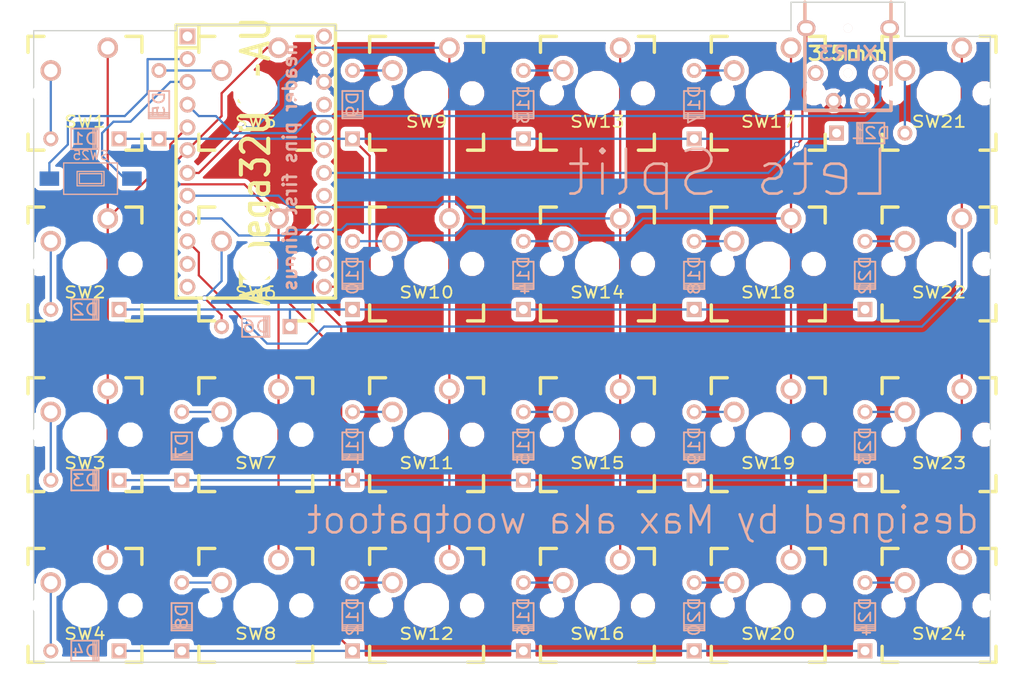
<source format=kicad_pcb>
(kicad_pcb (version 4) (host pcbnew 4.0.2-stable)
  (layers (0 F.Cu signal) (31 B.Cu signal) (34 B.Paste user) (35 F.Paste user) (36 B.SilkS user) (37 F.SilkS user) (38 B.Mask user) (39 F.Mask user) (44 Edge.Cuts user))
  (net 0 "")
  (net 1 "Net-(D1-Pad1)")
  (net 2 row0)
  (net 3 "Net-(D2-Pad1)")
  (net 4 "Net-(D10-Pad2)")
  (net 5 "Net-(D3-Pad1)")
  (net 6 row2)
  (net 7 "Net-(D4-Pad1)")
  (net 8 row3)
  (net 9 "Net-(D5-Pad1)")
  (net 10 "Net-(D6-Pad1)")
  (net 11 "Net-(D7-Pad1)")
  (net 12 "Net-(D8-Pad1)")
  (net 13 "Net-(D9-Pad1)")
  (net 14 "Net-(D10-Pad1)")
  (net 15 "Net-(D11-Pad1)")
  (net 16 "Net-(D12-Pad1)")
  (net 17 "Net-(D13-Pad1)")
  (net 18 "Net-(D14-Pad1)")
  (net 19 "Net-(D15-Pad1)")
  (net 20 "Net-(D16-Pad1)")
  (net 21 "Net-(D17-Pad1)")
  (net 22 "Net-(D18-Pad1)")
  (net 23 "Net-(D19-Pad1)")
  (net 24 "Net-(D20-Pad1)")
  (net 25 "Net-(D21-Pad1)")
  (net 26 "Net-(D22-Pad1)")
  (net 27 "Net-(D23-Pad1)")
  (net 28 "Net-(D24-Pad1)")
  (net 29 col0)
  (net 30 col1)
  (net 31 col2)
  (net 32 col3)
  (net 33 col4)
  (net 34 col5)
  (net 35 "Net-(SW25-Pad1)")
  (net 36 "Net-(SW25-Pad2)")
  (net 37 "Net-(U1-Pad1)")
  (net 38 "Net-(U1-Pad11)")
  (net 39 "Net-(U1-Pad12)")
  (net 40 row1)
  (net 41 "Net-(U1-Pad22)")
  (net 42 data)
  (net 43 "Net-(U1-Pad25)")
  (net 44 "Net-(U1-Pad26)")
  (net 45 "Net-(U1-Pad28)")
  (net 46 "Net-(U1-Pad29)")
  (net 47 VCC)
  (net 48 GND)
  (net 49 "Net-(U1-Pad24)")
  (module footprint:TEENSY_2.0 (layer F.Cu) (at 59.69 48.26 270)
    (fp_text reference U1 hide)
    (fp_text value ATmega32U4-AU (at 0 0 270) (layer F.SilkS) (effects (font (size 3.048 2.54) (thickness 0.4572))))
    (pad 1 thru_hole rect (at -13.97 7.62 270) (size 1.7526 1.7526) (drill 1.0922) (layers *.Cu *.SilkS *.Mask) (net 37 "Net-(U1-Pad1)"))
    (pad 2 thru_hole circle (at -11.43 7.62 270) (size 1.7526 1.7526) (drill 1.0922) (layers *.Cu *.SilkS *.Mask) (net 36 "Net-(SW25-Pad2)"))
    (pad 3 thru_hole circle (at -8.89 7.62 270) (size 1.7526 1.7526) (drill 1.0922) (layers *.Cu *.SilkS *.Mask) (net 35 "Net-(SW25-Pad1)"))
    (pad 4 thru_hole circle (at -6.35 7.62 270) (size 1.7526 1.7526) (drill 1.0922) (layers *.Cu *.SilkS *.Mask) (net 47 VCC))
    (pad 5 thru_hole circle (at -3.81 7.62 270) (size 1.7526 1.7526) (drill 1.0922) (layers *.Cu *.SilkS *.Mask) (net 29 col0))
    (pad 6 thru_hole circle (at -1.27 7.62 270) (size 1.7526 1.7526) (drill 1.0922) (layers *.Cu *.SilkS *.Mask) (net 30 col1))
    (pad 7 thru_hole circle (at 1.27 7.62 270) (size 1.7526 1.7526) (drill 1.0922) (layers *.Cu *.SilkS *.Mask) (net 31 col2))
    (pad 8 thru_hole circle (at 3.81 7.62 270) (size 1.7526 1.7526) (drill 1.0922) (layers *.Cu *.SilkS *.Mask) (net 32 col3))
    (pad 9 thru_hole circle (at 6.35 7.62 270) (size 1.7526 1.7526) (drill 1.0922) (layers *.Cu *.SilkS *.Mask) (net 33 col4))
    (pad 10 thru_hole circle (at 8.89 7.62 270) (size 1.7526 1.7526) (drill 1.0922) (layers *.Cu *.SilkS *.Mask) (net 34 col5))
    (pad 11 thru_hole circle (at 11.43 7.62 270) (size 1.7526 1.7526) (drill 1.0922) (layers *.Cu *.SilkS *.Mask) (net 38 "Net-(U1-Pad11)"))
    (pad 12 thru_hole circle (at 13.97 7.62 270) (size 1.7526 1.7526) (drill 1.0922) (layers *.Cu *.SilkS *.Mask) (net 39 "Net-(U1-Pad12)"))
    (pad 18 thru_hole circle (at 13.97 -7.62 270) (size 1.7526 1.7526) (drill 1.0922) (layers *.Cu *.SilkS *.Mask) (net 2 row0))
    (pad 19 thru_hole circle (at 11.43 -7.62 270) (size 1.7526 1.7526) (drill 1.0922) (layers *.Cu *.SilkS *.Mask) (net 40 row1))
    (pad 20 thru_hole circle (at 8.89 -7.62 270) (size 1.7526 1.7526) (drill 1.0922) (layers *.Cu *.SilkS *.Mask) (net 6 row2))
    (pad 21 thru_hole circle (at 6.35 -7.62 270) (size 1.7526 1.7526) (drill 1.0922) (layers *.Cu *.SilkS *.Mask) (net 8 row3))
    (pad 22 thru_hole circle (at 3.81 -7.62 270) (size 1.7526 1.7526) (drill 1.0922) (layers *.Cu *.SilkS *.Mask) (net 41 "Net-(U1-Pad22)"))
    (pad 23 thru_hole circle (at 1.27 -7.62 270) (size 1.7526 1.7526) (drill 1.0922) (layers *.Cu *.SilkS *.Mask) (net 42 data))
    (pad 24 thru_hole circle (at -1.27 -7.62 270) (size 1.7526 1.7526) (drill 1.0922) (layers *.Cu *.SilkS *.Mask) (net 49 "Net-(U1-Pad24)"))
    (pad 27 thru_hole circle (at -8.89 -7.62 270) (size 1.7526 1.7526) (drill 1.0922) (layers *.Cu *.SilkS *.Mask) (net 48 GND))
    (pad 28 thru_hole circle (at -11.43 -7.62 270) (size 1.7526 1.7526) (drill 1.0922) (layers *.Cu *.SilkS *.Mask) (net 45 "Net-(U1-Pad28)"))
    (pad 29 thru_hole circle (at -13.97 -7.62 270) (size 1.7526 1.7526) (drill 1.0922) (layers *.Cu *.SilkS *.Mask) (net 46 "Net-(U1-Pad29)"))
    (pad 25 thru_hole circle (at -3.81 -7.62 270) (size 1.7526 1.7526) (drill 1.0922) (layers *.Cu *.SilkS *.Mask) (net 43 "Net-(U1-Pad25)"))
    (pad 26 thru_hole circle (at -6.35 -7.62 270) (size 1.7526 1.7526) (drill 1.0922) (layers *.Cu *.SilkS *.Mask) (net 44 "Net-(U1-Pad26)"))
  )
  (module "cherry mx:CHERRY_PCB_100H" (layer F.Cu) (at 59.69 40.64)
    (fp_text reference SW5 (at 0 3.175) (layer F.SilkS) (effects (font (size 1.27 1.524) (thickness 0.2032))))
    (fp_text value SW_PUSH hide)
    (pad 1 thru_hole circle (at 2.54 -5.08) (size 2.286 2.286) (drill 1.4986) (layers *.Cu *.SilkS *.Mask) (net 30 col1))
    (pad 2 thru_hole circle (at -3.81 -2.54) (size 2.286 2.286) (drill 1.4986) (layers *.Cu *.SilkS *.Mask) (net 9 "Net-(D5-Pad1)"))
    (pad HOLE np_thru_hole circle (at 0 0) (size 3.9878 3.9878) (drill 3.9878) (layers *.Cu))
    (pad HOLE np_thru_hole circle (at -5.08 0) (size 1.7018 1.7018) (drill 1.7018) (layers *.Cu))
    (pad HOLE np_thru_hole circle (at 5.08 0) (size 1.7018 1.7018) (drill 1.7018) (layers *.Cu))
  )
  (module "cherry mx:DIODE" (layer B.Cu) (at 40.64 45.72)
    (fp_text reference D1 (at 0 0) (layer B.SilkS) (effects (font (size 1.27 1.524) (thickness 0.2032)) (justify mirror)))
    (fp_text value D hide)
    (pad 1 thru_hole circle (at -3.81 0) (size 1.651 1.651) (drill 0.9906) (layers *.Cu *.SilkS *.Mask) (net 1 "Net-(D1-Pad1)"))
    (pad 2 thru_hole rect (at 3.81 0) (size 1.651 1.651) (drill 0.9906) (layers *.Cu *.SilkS *.Mask) (net 2 row0))
  )
  (module "cherry mx:DIODE" (layer B.Cu) (at 40.64 64.77)
    (fp_text reference D2 (at 0 0) (layer B.SilkS) (effects (font (size 1.27 1.524) (thickness 0.2032)) (justify mirror)))
    (fp_text value D hide)
    (pad 1 thru_hole circle (at -3.81 0) (size 1.651 1.651) (drill 0.9906) (layers *.Cu *.SilkS *.Mask) (net 3 "Net-(D2-Pad1)"))
    (pad 2 thru_hole rect (at 3.81 0) (size 1.651 1.651) (drill 0.9906) (layers *.Cu *.SilkS *.Mask) (net 4 "Net-(D10-Pad2)"))
  )
  (module "cherry mx:DIODE" (layer B.Cu) (at 40.64 83.82)
    (fp_text reference D3 (at 0 0) (layer B.SilkS) (effects (font (size 1.27 1.524) (thickness 0.2032)) (justify mirror)))
    (fp_text value D hide)
    (pad 1 thru_hole circle (at -3.81 0) (size 1.651 1.651) (drill 0.9906) (layers *.Cu *.SilkS *.Mask) (net 5 "Net-(D3-Pad1)"))
    (pad 2 thru_hole rect (at 3.81 0) (size 1.651 1.651) (drill 0.9906) (layers *.Cu *.SilkS *.Mask) (net 6 row2))
  )
  (module "cherry mx:DIODE" (layer B.Cu) (at 40.64 102.87)
    (fp_text reference D4 (at 0 0) (layer B.SilkS) (effects (font (size 1.27 1.524) (thickness 0.2032)) (justify mirror)))
    (fp_text value D hide)
    (pad 1 thru_hole circle (at -3.81 0) (size 1.651 1.651) (drill 0.9906) (layers *.Cu *.SilkS *.Mask) (net 7 "Net-(D4-Pad1)"))
    (pad 2 thru_hole rect (at 3.81 0) (size 1.651 1.651) (drill 0.9906) (layers *.Cu *.SilkS *.Mask) (net 8 row3))
  )
  (module "cherry mx:DIODE" (layer B.Cu) (at 48.895 41.91 270)
    (fp_text reference D5 (at 0 0 270) (layer B.SilkS) (effects (font (size 1.27 1.524) (thickness 0.2032)) (justify mirror)))
    (fp_text value D hide)
    (pad 1 thru_hole circle (at -3.81 0 270) (size 1.651 1.651) (drill 0.9906) (layers *.Cu *.SilkS *.Mask) (net 9 "Net-(D5-Pad1)"))
    (pad 2 thru_hole rect (at 3.81 0 270) (size 1.651 1.651) (drill 0.9906) (layers *.Cu *.SilkS *.Mask) (net 2 row0))
  )
  (module "cherry mx:DIODE" (layer B.Cu) (at 59.69 66.675)
    (fp_text reference D6 (at 0 0) (layer B.SilkS) (effects (font (size 1.27 1.524) (thickness 0.2032)) (justify mirror)))
    (fp_text value D hide)
    (pad 1 thru_hole circle (at -3.81 0) (size 1.651 1.651) (drill 0.9906) (layers *.Cu *.SilkS *.Mask) (net 10 "Net-(D6-Pad1)"))
    (pad 2 thru_hole rect (at 3.81 0) (size 1.651 1.651) (drill 0.9906) (layers *.Cu *.SilkS *.Mask) (net 4 "Net-(D10-Pad2)"))
  )
  (module "cherry mx:DIODE" (layer B.Cu) (at 51.435 80.01 270)
    (fp_text reference D7 (at 0 0 270) (layer B.SilkS) (effects (font (size 1.27 1.524) (thickness 0.2032)) (justify mirror)))
    (fp_text value D hide)
    (pad 1 thru_hole circle (at -3.81 0 270) (size 1.651 1.651) (drill 0.9906) (layers *.Cu *.SilkS *.Mask) (net 11 "Net-(D7-Pad1)"))
    (pad 2 thru_hole rect (at 3.81 0 270) (size 1.651 1.651) (drill 0.9906) (layers *.Cu *.SilkS *.Mask) (net 6 row2))
  )
  (module "cherry mx:DIODE" (layer B.Cu) (at 51.435 99.06 270)
    (fp_text reference D8 (at 0 0 270) (layer B.SilkS) (effects (font (size 1.27 1.524) (thickness 0.2032)) (justify mirror)))
    (fp_text value D hide)
    (pad 1 thru_hole circle (at -3.81 0 270) (size 1.651 1.651) (drill 0.9906) (layers *.Cu *.SilkS *.Mask) (net 12 "Net-(D8-Pad1)"))
    (pad 2 thru_hole rect (at 3.81 0 270) (size 1.651 1.651) (drill 0.9906) (layers *.Cu *.SilkS *.Mask) (net 8 row3))
  )
  (module "cherry mx:DIODE" (layer B.Cu) (at 70.485 41.91 270)
    (fp_text reference D9 (at 0 0 270) (layer B.SilkS) (effects (font (size 1.27 1.524) (thickness 0.2032)) (justify mirror)))
    (fp_text value D hide)
    (pad 1 thru_hole circle (at -3.81 0 270) (size 1.651 1.651) (drill 0.9906) (layers *.Cu *.SilkS *.Mask) (net 13 "Net-(D9-Pad1)"))
    (pad 2 thru_hole rect (at 3.81 0 270) (size 1.651 1.651) (drill 0.9906) (layers *.Cu *.SilkS *.Mask) (net 2 row0))
  )
  (module "cherry mx:DIODE" (layer B.Cu) (at 70.485 60.96 270)
    (fp_text reference D10 (at 0 0 270) (layer B.SilkS) (effects (font (size 1.27 1.524) (thickness 0.2032)) (justify mirror)))
    (fp_text value D hide)
    (pad 1 thru_hole circle (at -3.81 0 270) (size 1.651 1.651) (drill 0.9906) (layers *.Cu *.SilkS *.Mask) (net 14 "Net-(D10-Pad1)"))
    (pad 2 thru_hole rect (at 3.81 0 270) (size 1.651 1.651) (drill 0.9906) (layers *.Cu *.SilkS *.Mask) (net 4 "Net-(D10-Pad2)"))
  )
  (module "cherry mx:DIODE" (layer B.Cu) (at 70.485 80.01 270)
    (fp_text reference D11 (at 0 0 270) (layer B.SilkS) (effects (font (size 1.27 1.524) (thickness 0.2032)) (justify mirror)))
    (fp_text value D hide)
    (pad 1 thru_hole circle (at -3.81 0 270) (size 1.651 1.651) (drill 0.9906) (layers *.Cu *.SilkS *.Mask) (net 15 "Net-(D11-Pad1)"))
    (pad 2 thru_hole rect (at 3.81 0 270) (size 1.651 1.651) (drill 0.9906) (layers *.Cu *.SilkS *.Mask) (net 6 row2))
  )
  (module "cherry mx:DIODE" (layer B.Cu) (at 70.485 99.06 270)
    (fp_text reference D12 (at 0 0 270) (layer B.SilkS) (effects (font (size 1.27 1.524) (thickness 0.2032)) (justify mirror)))
    (fp_text value D hide)
    (pad 1 thru_hole circle (at -3.81 0 270) (size 1.651 1.651) (drill 0.9906) (layers *.Cu *.SilkS *.Mask) (net 16 "Net-(D12-Pad1)"))
    (pad 2 thru_hole rect (at 3.81 0 270) (size 1.651 1.651) (drill 0.9906) (layers *.Cu *.SilkS *.Mask) (net 8 row3))
  )
  (module "cherry mx:DIODE" (layer B.Cu) (at 89.535 41.91 270)
    (fp_text reference D13 (at 0 0 270) (layer B.SilkS) (effects (font (size 1.27 1.524) (thickness 0.2032)) (justify mirror)))
    (fp_text value D hide)
    (pad 1 thru_hole circle (at -3.81 0 270) (size 1.651 1.651) (drill 0.9906) (layers *.Cu *.SilkS *.Mask) (net 17 "Net-(D13-Pad1)"))
    (pad 2 thru_hole rect (at 3.81 0 270) (size 1.651 1.651) (drill 0.9906) (layers *.Cu *.SilkS *.Mask) (net 2 row0))
  )
  (module "cherry mx:DIODE" (layer B.Cu) (at 89.535 60.96 270)
    (fp_text reference D14 (at 0 0 270) (layer B.SilkS) (effects (font (size 1.27 1.524) (thickness 0.2032)) (justify mirror)))
    (fp_text value D hide)
    (pad 1 thru_hole circle (at -3.81 0 270) (size 1.651 1.651) (drill 0.9906) (layers *.Cu *.SilkS *.Mask) (net 18 "Net-(D14-Pad1)"))
    (pad 2 thru_hole rect (at 3.81 0 270) (size 1.651 1.651) (drill 0.9906) (layers *.Cu *.SilkS *.Mask) (net 4 "Net-(D10-Pad2)"))
  )
  (module "cherry mx:DIODE" (layer B.Cu) (at 89.535 80.01 270)
    (fp_text reference D15 (at 0 0 270) (layer B.SilkS) (effects (font (size 1.27 1.524) (thickness 0.2032)) (justify mirror)))
    (fp_text value D hide)
    (pad 1 thru_hole circle (at -3.81 0 270) (size 1.651 1.651) (drill 0.9906) (layers *.Cu *.SilkS *.Mask) (net 19 "Net-(D15-Pad1)"))
    (pad 2 thru_hole rect (at 3.81 0 270) (size 1.651 1.651) (drill 0.9906) (layers *.Cu *.SilkS *.Mask) (net 6 row2))
  )
  (module "cherry mx:DIODE" (layer B.Cu) (at 89.535 99.06 270)
    (fp_text reference D16 (at 0 0 270) (layer B.SilkS) (effects (font (size 1.27 1.524) (thickness 0.2032)) (justify mirror)))
    (fp_text value D hide)
    (pad 1 thru_hole circle (at -3.81 0 270) (size 1.651 1.651) (drill 0.9906) (layers *.Cu *.SilkS *.Mask) (net 20 "Net-(D16-Pad1)"))
    (pad 2 thru_hole rect (at 3.81 0 270) (size 1.651 1.651) (drill 0.9906) (layers *.Cu *.SilkS *.Mask) (net 8 row3))
  )
  (module "cherry mx:DIODE" (layer B.Cu) (at 108.585 41.91 270)
    (fp_text reference D17 (at 0 0 270) (layer B.SilkS) (effects (font (size 1.27 1.524) (thickness 0.2032)) (justify mirror)))
    (fp_text value D hide)
    (pad 1 thru_hole circle (at -3.81 0 270) (size 1.651 1.651) (drill 0.9906) (layers *.Cu *.SilkS *.Mask) (net 21 "Net-(D17-Pad1)"))
    (pad 2 thru_hole rect (at 3.81 0 270) (size 1.651 1.651) (drill 0.9906) (layers *.Cu *.SilkS *.Mask) (net 2 row0))
  )
  (module "cherry mx:DIODE" (layer B.Cu) (at 108.585 60.96 270)
    (fp_text reference D18 (at 0 0 270) (layer B.SilkS) (effects (font (size 1.27 1.524) (thickness 0.2032)) (justify mirror)))
    (fp_text value D hide)
    (pad 1 thru_hole circle (at -3.81 0 270) (size 1.651 1.651) (drill 0.9906) (layers *.Cu *.SilkS *.Mask) (net 22 "Net-(D18-Pad1)"))
    (pad 2 thru_hole rect (at 3.81 0 270) (size 1.651 1.651) (drill 0.9906) (layers *.Cu *.SilkS *.Mask) (net 4 "Net-(D10-Pad2)"))
  )
  (module "cherry mx:DIODE" (layer B.Cu) (at 108.585 80.01 270)
    (fp_text reference D19 (at 0 0 270) (layer B.SilkS) (effects (font (size 1.27 1.524) (thickness 0.2032)) (justify mirror)))
    (fp_text value D hide)
    (pad 1 thru_hole circle (at -3.81 0 270) (size 1.651 1.651) (drill 0.9906) (layers *.Cu *.SilkS *.Mask) (net 23 "Net-(D19-Pad1)"))
    (pad 2 thru_hole rect (at 3.81 0 270) (size 1.651 1.651) (drill 0.9906) (layers *.Cu *.SilkS *.Mask) (net 6 row2))
  )
  (module "cherry mx:DIODE" (layer B.Cu) (at 108.585 99.06 270)
    (fp_text reference D20 (at 0 0 270) (layer B.SilkS) (effects (font (size 1.27 1.524) (thickness 0.2032)) (justify mirror)))
    (fp_text value D hide)
    (pad 1 thru_hole circle (at -3.81 0 270) (size 1.651 1.651) (drill 0.9906) (layers *.Cu *.SilkS *.Mask) (net 24 "Net-(D20-Pad1)"))
    (pad 2 thru_hole rect (at 3.81 0 270) (size 1.651 1.651) (drill 0.9906) (layers *.Cu *.SilkS *.Mask) (net 8 row3))
  )
  (module "cherry mx:DIODE" (layer B.Cu) (at 128.27 45.085 180)
    (fp_text reference D21 (at 0 0 180) (layer B.SilkS) (effects (font (size 1.27 1.524) (thickness 0.2032)) (justify mirror)))
    (fp_text value D hide)
    (pad 1 thru_hole circle (at -3.81 0 180) (size 1.651 1.651) (drill 0.9906) (layers *.Cu *.SilkS *.Mask) (net 25 "Net-(D21-Pad1)"))
    (pad 2 thru_hole rect (at 3.81 0 180) (size 1.651 1.651) (drill 0.9906) (layers *.Cu *.SilkS *.Mask) (net 2 row0))
  )
  (module "cherry mx:DIODE" (layer B.Cu) (at 127.635 60.96 270)
    (fp_text reference D22 (at 0 0 270) (layer B.SilkS) (effects (font (size 1.27 1.524) (thickness 0.2032)) (justify mirror)))
    (fp_text value D hide)
    (pad 1 thru_hole circle (at -3.81 0 270) (size 1.651 1.651) (drill 0.9906) (layers *.Cu *.SilkS *.Mask) (net 26 "Net-(D22-Pad1)"))
    (pad 2 thru_hole rect (at 3.81 0 270) (size 1.651 1.651) (drill 0.9906) (layers *.Cu *.SilkS *.Mask) (net 4 "Net-(D10-Pad2)"))
  )
  (module "cherry mx:DIODE" (layer B.Cu) (at 127.635 80.01 270)
    (fp_text reference D23 (at 0 0 270) (layer B.SilkS) (effects (font (size 1.27 1.524) (thickness 0.2032)) (justify mirror)))
    (fp_text value D hide)
    (pad 1 thru_hole circle (at -3.81 0 270) (size 1.651 1.651) (drill 0.9906) (layers *.Cu *.SilkS *.Mask) (net 27 "Net-(D23-Pad1)"))
    (pad 2 thru_hole rect (at 3.81 0 270) (size 1.651 1.651) (drill 0.9906) (layers *.Cu *.SilkS *.Mask) (net 6 row2))
  )
  (module "cherry mx:DIODE" (layer B.Cu) (at 127.635 99.06 270)
    (fp_text reference D24 (at 0 0 270) (layer B.SilkS) (effects (font (size 1.27 1.524) (thickness 0.2032)) (justify mirror)))
    (fp_text value D hide)
    (pad 1 thru_hole circle (at -3.81 0 270) (size 1.651 1.651) (drill 0.9906) (layers *.Cu *.SilkS *.Mask) (net 28 "Net-(D24-Pad1)"))
    (pad 2 thru_hole rect (at 3.81 0 270) (size 1.651 1.651) (drill 0.9906) (layers *.Cu *.SilkS *.Mask) (net 8 row3))
  )
  (module "cherry mx:CHERRY_PCB_100H" (layer F.Cu) (at 40.64 40.64)
    (fp_text reference SW1 (at 0 3.175) (layer F.SilkS) (effects (font (size 1.27 1.524) (thickness 0.2032))))
    (fp_text value SW_PUSH hide)
    (pad 1 thru_hole circle (at 2.54 -5.08) (size 2.286 2.286) (drill 1.4986) (layers *.Cu *.SilkS *.Mask) (net 29 col0))
    (pad 2 thru_hole circle (at -3.81 -2.54) (size 2.286 2.286) (drill 1.4986) (layers *.Cu *.SilkS *.Mask) (net 1 "Net-(D1-Pad1)"))
    (pad HOLE np_thru_hole circle (at 0 0) (size 3.9878 3.9878) (drill 3.9878) (layers *.Cu))
    (pad HOLE np_thru_hole circle (at -5.08 0) (size 1.7018 1.7018) (drill 1.7018) (layers *.Cu))
    (pad HOLE np_thru_hole circle (at 5.08 0) (size 1.7018 1.7018) (drill 1.7018) (layers *.Cu))
  )
  (module "cherry mx:CHERRY_PCB_100H" (layer F.Cu) (at 40.64 59.69)
    (fp_text reference SW2 (at 0 3.175) (layer F.SilkS) (effects (font (size 1.27 1.524) (thickness 0.2032))))
    (fp_text value SW_PUSH hide)
    (pad 1 thru_hole circle (at 2.54 -5.08) (size 2.286 2.286) (drill 1.4986) (layers *.Cu *.SilkS *.Mask) (net 29 col0))
    (pad 2 thru_hole circle (at -3.81 -2.54) (size 2.286 2.286) (drill 1.4986) (layers *.Cu *.SilkS *.Mask) (net 3 "Net-(D2-Pad1)"))
    (pad HOLE np_thru_hole circle (at 0 0) (size 3.9878 3.9878) (drill 3.9878) (layers *.Cu))
    (pad HOLE np_thru_hole circle (at -5.08 0) (size 1.7018 1.7018) (drill 1.7018) (layers *.Cu))
    (pad HOLE np_thru_hole circle (at 5.08 0) (size 1.7018 1.7018) (drill 1.7018) (layers *.Cu))
  )
  (module "cherry mx:CHERRY_PCB_100H" (layer F.Cu) (at 40.64 78.74)
    (fp_text reference SW3 (at 0 3.175) (layer F.SilkS) (effects (font (size 1.27 1.524) (thickness 0.2032))))
    (fp_text value SW_PUSH hide)
    (pad 1 thru_hole circle (at 2.54 -5.08) (size 2.286 2.286) (drill 1.4986) (layers *.Cu *.SilkS *.Mask) (net 29 col0))
    (pad 2 thru_hole circle (at -3.81 -2.54) (size 2.286 2.286) (drill 1.4986) (layers *.Cu *.SilkS *.Mask) (net 5 "Net-(D3-Pad1)"))
    (pad HOLE np_thru_hole circle (at 0 0) (size 3.9878 3.9878) (drill 3.9878) (layers *.Cu))
    (pad HOLE np_thru_hole circle (at -5.08 0) (size 1.7018 1.7018) (drill 1.7018) (layers *.Cu))
    (pad HOLE np_thru_hole circle (at 5.08 0) (size 1.7018 1.7018) (drill 1.7018) (layers *.Cu))
  )
  (module "cherry mx:CHERRY_PCB_100H" (layer F.Cu) (at 40.64 97.79)
    (fp_text reference SW4 (at 0 3.175) (layer F.SilkS) (effects (font (size 1.27 1.524) (thickness 0.2032))))
    (fp_text value SW_PUSH hide)
    (pad 1 thru_hole circle (at 2.54 -5.08) (size 2.286 2.286) (drill 1.4986) (layers *.Cu *.SilkS *.Mask) (net 29 col0))
    (pad 2 thru_hole circle (at -3.81 -2.54) (size 2.286 2.286) (drill 1.4986) (layers *.Cu *.SilkS *.Mask) (net 7 "Net-(D4-Pad1)"))
    (pad HOLE np_thru_hole circle (at 0 0) (size 3.9878 3.9878) (drill 3.9878) (layers *.Cu))
    (pad HOLE np_thru_hole circle (at -5.08 0) (size 1.7018 1.7018) (drill 1.7018) (layers *.Cu))
    (pad HOLE np_thru_hole circle (at 5.08 0) (size 1.7018 1.7018) (drill 1.7018) (layers *.Cu))
  )
  (module "cherry mx:CHERRY_PCB_100H" (layer F.Cu) (at 59.69 59.69)
    (fp_text reference SW6 (at 0 3.175) (layer F.SilkS) (effects (font (size 1.27 1.524) (thickness 0.2032))))
    (fp_text value SW_PUSH hide)
    (pad 1 thru_hole circle (at 2.54 -5.08) (size 2.286 2.286) (drill 1.4986) (layers *.Cu *.SilkS *.Mask) (net 30 col1))
    (pad 2 thru_hole circle (at -3.81 -2.54) (size 2.286 2.286) (drill 1.4986) (layers *.Cu *.SilkS *.Mask) (net 10 "Net-(D6-Pad1)"))
    (pad HOLE np_thru_hole circle (at 0 0) (size 3.9878 3.9878) (drill 3.9878) (layers *.Cu))
    (pad HOLE np_thru_hole circle (at -5.08 0) (size 1.7018 1.7018) (drill 1.7018) (layers *.Cu))
    (pad HOLE np_thru_hole circle (at 5.08 0) (size 1.7018 1.7018) (drill 1.7018) (layers *.Cu))
  )
  (module "cherry mx:CHERRY_PCB_100H" (layer F.Cu) (at 59.69 78.74)
    (fp_text reference SW7 (at 0 3.175) (layer F.SilkS) (effects (font (size 1.27 1.524) (thickness 0.2032))))
    (fp_text value SW_PUSH hide)
    (pad 1 thru_hole circle (at 2.54 -5.08) (size 2.286 2.286) (drill 1.4986) (layers *.Cu *.SilkS *.Mask) (net 30 col1))
    (pad 2 thru_hole circle (at -3.81 -2.54) (size 2.286 2.286) (drill 1.4986) (layers *.Cu *.SilkS *.Mask) (net 11 "Net-(D7-Pad1)"))
    (pad HOLE np_thru_hole circle (at 0 0) (size 3.9878 3.9878) (drill 3.9878) (layers *.Cu))
    (pad HOLE np_thru_hole circle (at -5.08 0) (size 1.7018 1.7018) (drill 1.7018) (layers *.Cu))
    (pad HOLE np_thru_hole circle (at 5.08 0) (size 1.7018 1.7018) (drill 1.7018) (layers *.Cu))
  )
  (module "cherry mx:CHERRY_PCB_100H" (layer F.Cu) (at 59.69 97.79)
    (fp_text reference SW8 (at 0 3.175) (layer F.SilkS) (effects (font (size 1.27 1.524) (thickness 0.2032))))
    (fp_text value SW_PUSH hide)
    (pad 1 thru_hole circle (at 2.54 -5.08) (size 2.286 2.286) (drill 1.4986) (layers *.Cu *.SilkS *.Mask) (net 30 col1))
    (pad 2 thru_hole circle (at -3.81 -2.54) (size 2.286 2.286) (drill 1.4986) (layers *.Cu *.SilkS *.Mask) (net 12 "Net-(D8-Pad1)"))
    (pad HOLE np_thru_hole circle (at 0 0) (size 3.9878 3.9878) (drill 3.9878) (layers *.Cu))
    (pad HOLE np_thru_hole circle (at -5.08 0) (size 1.7018 1.7018) (drill 1.7018) (layers *.Cu))
    (pad HOLE np_thru_hole circle (at 5.08 0) (size 1.7018 1.7018) (drill 1.7018) (layers *.Cu))
  )
  (module "cherry mx:CHERRY_PCB_100H" (layer F.Cu) (at 78.74 40.64)
    (fp_text reference SW9 (at 0 3.175) (layer F.SilkS) (effects (font (size 1.27 1.524) (thickness 0.2032))))
    (fp_text value SW_PUSH hide)
    (pad 1 thru_hole circle (at 2.54 -5.08) (size 2.286 2.286) (drill 1.4986) (layers *.Cu *.SilkS *.Mask) (net 31 col2))
    (pad 2 thru_hole circle (at -3.81 -2.54) (size 2.286 2.286) (drill 1.4986) (layers *.Cu *.SilkS *.Mask) (net 13 "Net-(D9-Pad1)"))
    (pad HOLE np_thru_hole circle (at 0 0) (size 3.9878 3.9878) (drill 3.9878) (layers *.Cu))
    (pad HOLE np_thru_hole circle (at -5.08 0) (size 1.7018 1.7018) (drill 1.7018) (layers *.Cu))
    (pad HOLE np_thru_hole circle (at 5.08 0) (size 1.7018 1.7018) (drill 1.7018) (layers *.Cu))
  )
  (module "cherry mx:CHERRY_PCB_100H" (layer F.Cu) (at 78.74 59.69)
    (fp_text reference SW10 (at 0 3.175) (layer F.SilkS) (effects (font (size 1.27 1.524) (thickness 0.2032))))
    (fp_text value SW_PUSH hide)
    (pad 1 thru_hole circle (at 2.54 -5.08) (size 2.286 2.286) (drill 1.4986) (layers *.Cu *.SilkS *.Mask) (net 31 col2))
    (pad 2 thru_hole circle (at -3.81 -2.54) (size 2.286 2.286) (drill 1.4986) (layers *.Cu *.SilkS *.Mask) (net 14 "Net-(D10-Pad1)"))
    (pad HOLE np_thru_hole circle (at 0 0) (size 3.9878 3.9878) (drill 3.9878) (layers *.Cu))
    (pad HOLE np_thru_hole circle (at -5.08 0) (size 1.7018 1.7018) (drill 1.7018) (layers *.Cu))
    (pad HOLE np_thru_hole circle (at 5.08 0) (size 1.7018 1.7018) (drill 1.7018) (layers *.Cu))
  )
  (module "cherry mx:CHERRY_PCB_100H" (layer F.Cu) (at 78.74 78.74)
    (fp_text reference SW11 (at 0 3.175) (layer F.SilkS) (effects (font (size 1.27 1.524) (thickness 0.2032))))
    (fp_text value SW_PUSH hide)
    (pad 1 thru_hole circle (at 2.54 -5.08) (size 2.286 2.286) (drill 1.4986) (layers *.Cu *.SilkS *.Mask) (net 31 col2))
    (pad 2 thru_hole circle (at -3.81 -2.54) (size 2.286 2.286) (drill 1.4986) (layers *.Cu *.SilkS *.Mask) (net 15 "Net-(D11-Pad1)"))
    (pad HOLE np_thru_hole circle (at 0 0) (size 3.9878 3.9878) (drill 3.9878) (layers *.Cu))
    (pad HOLE np_thru_hole circle (at -5.08 0) (size 1.7018 1.7018) (drill 1.7018) (layers *.Cu))
    (pad HOLE np_thru_hole circle (at 5.08 0) (size 1.7018 1.7018) (drill 1.7018) (layers *.Cu))
  )
  (module "cherry mx:CHERRY_PCB_100H" (layer F.Cu) (at 78.74 97.79)
    (fp_text reference SW12 (at 0 3.175) (layer F.SilkS) (effects (font (size 1.27 1.524) (thickness 0.2032))))
    (fp_text value SW_PUSH hide)
    (pad 1 thru_hole circle (at 2.54 -5.08) (size 2.286 2.286) (drill 1.4986) (layers *.Cu *.SilkS *.Mask) (net 31 col2))
    (pad 2 thru_hole circle (at -3.81 -2.54) (size 2.286 2.286) (drill 1.4986) (layers *.Cu *.SilkS *.Mask) (net 16 "Net-(D12-Pad1)"))
    (pad HOLE np_thru_hole circle (at 0 0) (size 3.9878 3.9878) (drill 3.9878) (layers *.Cu))
    (pad HOLE np_thru_hole circle (at -5.08 0) (size 1.7018 1.7018) (drill 1.7018) (layers *.Cu))
    (pad HOLE np_thru_hole circle (at 5.08 0) (size 1.7018 1.7018) (drill 1.7018) (layers *.Cu))
  )
  (module "cherry mx:CHERRY_PCB_100H" (layer F.Cu) (at 97.79 40.64)
    (fp_text reference SW13 (at 0 3.175) (layer F.SilkS) (effects (font (size 1.27 1.524) (thickness 0.2032))))
    (fp_text value SW_PUSH hide)
    (pad 1 thru_hole circle (at 2.54 -5.08) (size 2.286 2.286) (drill 1.4986) (layers *.Cu *.SilkS *.Mask) (net 32 col3))
    (pad 2 thru_hole circle (at -3.81 -2.54) (size 2.286 2.286) (drill 1.4986) (layers *.Cu *.SilkS *.Mask) (net 17 "Net-(D13-Pad1)"))
    (pad HOLE np_thru_hole circle (at 0 0) (size 3.9878 3.9878) (drill 3.9878) (layers *.Cu))
    (pad HOLE np_thru_hole circle (at -5.08 0) (size 1.7018 1.7018) (drill 1.7018) (layers *.Cu))
    (pad HOLE np_thru_hole circle (at 5.08 0) (size 1.7018 1.7018) (drill 1.7018) (layers *.Cu))
  )
  (module "cherry mx:CHERRY_PCB_100H" (layer F.Cu) (at 97.79 59.69)
    (fp_text reference SW14 (at 0 3.175) (layer F.SilkS) (effects (font (size 1.27 1.524) (thickness 0.2032))))
    (fp_text value SW_PUSH hide)
    (pad 1 thru_hole circle (at 2.54 -5.08) (size 2.286 2.286) (drill 1.4986) (layers *.Cu *.SilkS *.Mask) (net 32 col3))
    (pad 2 thru_hole circle (at -3.81 -2.54) (size 2.286 2.286) (drill 1.4986) (layers *.Cu *.SilkS *.Mask) (net 18 "Net-(D14-Pad1)"))
    (pad HOLE np_thru_hole circle (at 0 0) (size 3.9878 3.9878) (drill 3.9878) (layers *.Cu))
    (pad HOLE np_thru_hole circle (at -5.08 0) (size 1.7018 1.7018) (drill 1.7018) (layers *.Cu))
    (pad HOLE np_thru_hole circle (at 5.08 0) (size 1.7018 1.7018) (drill 1.7018) (layers *.Cu))
  )
  (module "cherry mx:CHERRY_PCB_100H" (layer F.Cu) (at 97.79 78.74)
    (fp_text reference SW15 (at 0 3.175) (layer F.SilkS) (effects (font (size 1.27 1.524) (thickness 0.2032))))
    (fp_text value SW_PUSH hide)
    (pad 1 thru_hole circle (at 2.54 -5.08) (size 2.286 2.286) (drill 1.4986) (layers *.Cu *.SilkS *.Mask) (net 32 col3))
    (pad 2 thru_hole circle (at -3.81 -2.54) (size 2.286 2.286) (drill 1.4986) (layers *.Cu *.SilkS *.Mask) (net 19 "Net-(D15-Pad1)"))
    (pad HOLE np_thru_hole circle (at 0 0) (size 3.9878 3.9878) (drill 3.9878) (layers *.Cu))
    (pad HOLE np_thru_hole circle (at -5.08 0) (size 1.7018 1.7018) (drill 1.7018) (layers *.Cu))
    (pad HOLE np_thru_hole circle (at 5.08 0) (size 1.7018 1.7018) (drill 1.7018) (layers *.Cu))
  )
  (module "cherry mx:CHERRY_PCB_100H" (layer F.Cu) (at 97.79 97.79)
    (fp_text reference SW16 (at 0 3.175) (layer F.SilkS) (effects (font (size 1.27 1.524) (thickness 0.2032))))
    (fp_text value SW_PUSH hide)
    (pad 1 thru_hole circle (at 2.54 -5.08) (size 2.286 2.286) (drill 1.4986) (layers *.Cu *.SilkS *.Mask) (net 32 col3))
    (pad 2 thru_hole circle (at -3.81 -2.54) (size 2.286 2.286) (drill 1.4986) (layers *.Cu *.SilkS *.Mask) (net 20 "Net-(D16-Pad1)"))
    (pad HOLE np_thru_hole circle (at 0 0) (size 3.9878 3.9878) (drill 3.9878) (layers *.Cu))
    (pad HOLE np_thru_hole circle (at -5.08 0) (size 1.7018 1.7018) (drill 1.7018) (layers *.Cu))
    (pad HOLE np_thru_hole circle (at 5.08 0) (size 1.7018 1.7018) (drill 1.7018) (layers *.Cu))
  )
  (module "cherry mx:CHERRY_PCB_100H" (layer F.Cu) (at 116.84 40.64)
    (fp_text reference SW17 (at 0 3.175) (layer F.SilkS) (effects (font (size 1.27 1.524) (thickness 0.2032))))
    (fp_text value SW_PUSH hide)
    (pad 1 thru_hole circle (at 2.54 -5.08) (size 2.286 2.286) (drill 1.4986) (layers *.Cu *.SilkS *.Mask) (net 33 col4))
    (pad 2 thru_hole circle (at -3.81 -2.54) (size 2.286 2.286) (drill 1.4986) (layers *.Cu *.SilkS *.Mask) (net 21 "Net-(D17-Pad1)"))
    (pad HOLE np_thru_hole circle (at 0 0) (size 3.9878 3.9878) (drill 3.9878) (layers *.Cu))
    (pad HOLE np_thru_hole circle (at -5.08 0) (size 1.7018 1.7018) (drill 1.7018) (layers *.Cu))
    (pad HOLE np_thru_hole circle (at 5.08 0) (size 1.7018 1.7018) (drill 1.7018) (layers *.Cu))
  )
  (module "cherry mx:CHERRY_PCB_100H" (layer F.Cu) (at 116.84 59.69)
    (fp_text reference SW18 (at 0 3.175) (layer F.SilkS) (effects (font (size 1.27 1.524) (thickness 0.2032))))
    (fp_text value SW_PUSH hide)
    (pad 1 thru_hole circle (at 2.54 -5.08) (size 2.286 2.286) (drill 1.4986) (layers *.Cu *.SilkS *.Mask) (net 33 col4))
    (pad 2 thru_hole circle (at -3.81 -2.54) (size 2.286 2.286) (drill 1.4986) (layers *.Cu *.SilkS *.Mask) (net 22 "Net-(D18-Pad1)"))
    (pad HOLE np_thru_hole circle (at 0 0) (size 3.9878 3.9878) (drill 3.9878) (layers *.Cu))
    (pad HOLE np_thru_hole circle (at -5.08 0) (size 1.7018 1.7018) (drill 1.7018) (layers *.Cu))
    (pad HOLE np_thru_hole circle (at 5.08 0) (size 1.7018 1.7018) (drill 1.7018) (layers *.Cu))
  )
  (module "cherry mx:CHERRY_PCB_100H" (layer F.Cu) (at 116.84 78.74)
    (fp_text reference SW19 (at 0 3.175) (layer F.SilkS) (effects (font (size 1.27 1.524) (thickness 0.2032))))
    (fp_text value SW_PUSH hide)
    (pad 1 thru_hole circle (at 2.54 -5.08) (size 2.286 2.286) (drill 1.4986) (layers *.Cu *.SilkS *.Mask) (net 33 col4))
    (pad 2 thru_hole circle (at -3.81 -2.54) (size 2.286 2.286) (drill 1.4986) (layers *.Cu *.SilkS *.Mask) (net 23 "Net-(D19-Pad1)"))
    (pad HOLE np_thru_hole circle (at 0 0) (size 3.9878 3.9878) (drill 3.9878) (layers *.Cu))
    (pad HOLE np_thru_hole circle (at -5.08 0) (size 1.7018 1.7018) (drill 1.7018) (layers *.Cu))
    (pad HOLE np_thru_hole circle (at 5.08 0) (size 1.7018 1.7018) (drill 1.7018) (layers *.Cu))
  )
  (module "cherry mx:CHERRY_PCB_100H" (layer F.Cu) (at 116.84 97.79)
    (fp_text reference SW20 (at 0 3.175) (layer F.SilkS) (effects (font (size 1.27 1.524) (thickness 0.2032))))
    (fp_text value SW_PUSH hide)
    (pad 1 thru_hole circle (at 2.54 -5.08) (size 2.286 2.286) (drill 1.4986) (layers *.Cu *.SilkS *.Mask) (net 33 col4))
    (pad 2 thru_hole circle (at -3.81 -2.54) (size 2.286 2.286) (drill 1.4986) (layers *.Cu *.SilkS *.Mask) (net 24 "Net-(D20-Pad1)"))
    (pad HOLE np_thru_hole circle (at 0 0) (size 3.9878 3.9878) (drill 3.9878) (layers *.Cu))
    (pad HOLE np_thru_hole circle (at -5.08 0) (size 1.7018 1.7018) (drill 1.7018) (layers *.Cu))
    (pad HOLE np_thru_hole circle (at 5.08 0) (size 1.7018 1.7018) (drill 1.7018) (layers *.Cu))
  )
  (module "cherry mx:CHERRY_PCB_100H" (layer F.Cu) (at 135.89 40.64)
    (fp_text reference SW21 (at 0 3.175) (layer F.SilkS) (effects (font (size 1.27 1.524) (thickness 0.2032))))
    (fp_text value SW_PUSH hide)
    (pad 1 thru_hole circle (at 2.54 -5.08) (size 2.286 2.286) (drill 1.4986) (layers *.Cu *.SilkS *.Mask) (net 34 col5))
    (pad 2 thru_hole circle (at -3.81 -2.54) (size 2.286 2.286) (drill 1.4986) (layers *.Cu *.SilkS *.Mask) (net 25 "Net-(D21-Pad1)"))
    (pad HOLE np_thru_hole circle (at 0 0) (size 3.9878 3.9878) (drill 3.9878) (layers *.Cu))
    (pad HOLE np_thru_hole circle (at -5.08 0) (size 1.7018 1.7018) (drill 1.7018) (layers *.Cu))
    (pad HOLE np_thru_hole circle (at 5.08 0) (size 1.7018 1.7018) (drill 1.7018) (layers *.Cu))
  )
  (module "cherry mx:CHERRY_PCB_100H" (layer F.Cu) (at 135.89 59.69)
    (fp_text reference SW22 (at 0 3.175) (layer F.SilkS) (effects (font (size 1.27 1.524) (thickness 0.2032))))
    (fp_text value SW_PUSH hide)
    (pad 1 thru_hole circle (at 2.54 -5.08) (size 2.286 2.286) (drill 1.4986) (layers *.Cu *.SilkS *.Mask) (net 34 col5))
    (pad 2 thru_hole circle (at -3.81 -2.54) (size 2.286 2.286) (drill 1.4986) (layers *.Cu *.SilkS *.Mask) (net 26 "Net-(D22-Pad1)"))
    (pad HOLE np_thru_hole circle (at 0 0) (size 3.9878 3.9878) (drill 3.9878) (layers *.Cu))
    (pad HOLE np_thru_hole circle (at -5.08 0) (size 1.7018 1.7018) (drill 1.7018) (layers *.Cu))
    (pad HOLE np_thru_hole circle (at 5.08 0) (size 1.7018 1.7018) (drill 1.7018) (layers *.Cu))
  )
  (module "cherry mx:CHERRY_PCB_100H" (layer F.Cu) (at 135.89 78.74)
    (fp_text reference SW23 (at 0 3.175) (layer F.SilkS) (effects (font (size 1.27 1.524) (thickness 0.2032))))
    (fp_text value SW_PUSH hide)
    (pad 1 thru_hole circle (at 2.54 -5.08) (size 2.286 2.286) (drill 1.4986) (layers *.Cu *.SilkS *.Mask) (net 34 col5))
    (pad 2 thru_hole circle (at -3.81 -2.54) (size 2.286 2.286) (drill 1.4986) (layers *.Cu *.SilkS *.Mask) (net 27 "Net-(D23-Pad1)"))
    (pad HOLE np_thru_hole circle (at 0 0) (size 3.9878 3.9878) (drill 3.9878) (layers *.Cu))
    (pad HOLE np_thru_hole circle (at -5.08 0) (size 1.7018 1.7018) (drill 1.7018) (layers *.Cu))
    (pad HOLE np_thru_hole circle (at 5.08 0) (size 1.7018 1.7018) (drill 1.7018) (layers *.Cu))
  )
  (module "cherry mx:CHERRY_PCB_100H" (layer F.Cu) (at 135.89 97.79)
    (fp_text reference SW24 (at 0 3.175) (layer F.SilkS) (effects (font (size 1.27 1.524) (thickness 0.2032))))
    (fp_text value SW_PUSH hide)
    (pad 1 thru_hole circle (at 2.54 -5.08) (size 2.286 2.286) (drill 1.4986) (layers *.Cu *.SilkS *.Mask) (net 34 col5))
    (pad 2 thru_hole circle (at -3.81 -2.54) (size 2.286 2.286) (drill 1.4986) (layers *.Cu *.SilkS *.Mask) (net 28 "Net-(D24-Pad1)"))
    (pad HOLE np_thru_hole circle (at 0 0) (size 3.9878 3.9878) (drill 3.9878) (layers *.Cu))
    (pad HOLE np_thru_hole circle (at -5.08 0) (size 1.7018 1.7018) (drill 1.7018) (layers *.Cu))
    (pad HOLE np_thru_hole circle (at 5.08 0) (size 1.7018 1.7018) (drill 1.7018) (layers *.Cu))
  )
  (module Buttons_Switches_SMD:SW_SPST_FSMSM (layer B.Cu) (at 41.275 50.165 180)
    (fp_text reference SW25 (at 0.01011 2.60022 180) (layer B.SilkS) (effects (justify mirror)))
    (fp_text value SW_PUSH)
    (pad 1 smd rect (at -4.60243 0.00232 180) (size 2.18 1.6) (layers B.Cu B.Paste B.Mask) (net 35 "Net-(SW25-Pad1)"))
    (pad 2 smd rect (at 4.60243 -0.00232 180) (size 2.18 1.6) (layers B.Cu B.Paste B.Mask) (net 36 "Net-(SW25-Pad2)"))
  )
  (module footprint:4pin35mmAudio (layer B.Cu) (at 125.73 30.48 270)
    (fp_text reference K1 hide)
    (fp_text value XLR3 (at 5.715 0 540) (layer B.SilkS) (effects (font (size 1.524 1.778) (thickness 0.3048)) (justify mirror)))
    (fp_text user 3.5mm (at 5.715 0 540) (layer F.SilkS) (effects (font (size 1.524 1.778) (thickness 0.3048))))
    (pad 1 thru_hole oval (at 2.8956 4.6482 270) (size 1.7526 2.0574) (drill oval 1.0922 1.397) (layers *.Cu *.Mask B.SilkS) (net 42 data))
    (pad 2 thru_hole circle (at 7.8994 -3.6068 270) (size 1.7526 1.7526) (drill 1.0922) (layers *.Cu *.Mask B.SilkS) (net 47 VCC))
    (pad 3 thru_hole circle (at 10.9982 1.6002 270) (size 1.7526 1.7526) (drill 1.0922) (layers *.Cu *.Mask B.SilkS) (net 48 GND))
    (pad 4 thru_hole oval (at 2.8956 -4.6482 270) (size 1.7526 2.0574) (drill oval 1.0922 1.397) (layers *.Cu *.Mask B.SilkS))
    (pad 5 thru_hole circle (at 10.9982 -1.6002 270) (size 1.7526 1.7526) (drill 1.0922) (layers *.Cu *.Mask B.SilkS))
    (pad 6 thru_hole circle (at 7.8994 3.6068 270) (size 1.7526 1.7526) (drill 1.0922) (layers *.Cu *.Mask B.SilkS))
    (pad HOLE np_thru_hole circle (at 2.8956 0 270) (size 0.9906 0.9906) (drill 0.9906) (layers *.Cu *.Mask B.SilkS))
    (pad HOLE np_thru_hole circle (at 7.8994 0 270) (size 0.9906 0.9906) (drill 0.9906) (layers *.Cu *.Mask B.SilkS))
  )
  (gr_line (start 34.925 33.655) (end 50.8 33.655) (angle 90) (layer Edge.Cuts) (width 0.15))
  (gr_line (start 34.925 104.14) (end 141.605 104.14) (angle 90) (layer Edge.Cuts) (width 0.15))
  (gr_line (start 34.925 34.29) (end 34.925 33.655) (angle 90) (layer Edge.Cuts) (width 0.15))
  (gr_line (start 132.08 34.29) (end 141.605 34.29) (angle 90) (layer Edge.Cuts) (width 0.15))
  (gr_text "designed by Max aka wootpatoot" (at 102.87 88.265) (layer B.SilkS) (effects (font (size 3 3) (thickness 0.3)) (justify mirror)))
  (gr_text "header pins first dingus" (at 63.5 48.895 90) (layer B.SilkS) (effects (font (size 1.5 1.5) (thickness 0.3)) (justify mirror)))
  (gr_text "Lets Split\n" (at 112.395 49.53) (layer B.SilkS) (effects (font (size 5 5) (thickness 0.3)) (justify mirror)))
  (gr_line (start 50.8 33.02) (end 50.8 33.655) (angle 90) (layer Edge.Cuts) (width 0.15))
  (gr_line (start 68.58 33.02) (end 50.8 33.02) (angle 90) (layer Edge.Cuts) (width 0.15))
  (gr_line (start 68.58 33.655) (end 68.58 33.02) (angle 90) (layer Edge.Cuts) (width 0.15))
  (gr_line (start 119.38 33.655) (end 68.58 33.655) (angle 90) (layer Edge.Cuts) (width 0.15))
  (gr_line (start 119.38 33.02) (end 119.38 33.655) (angle 90) (layer Edge.Cuts) (width 0.15))
  (gr_line (start 119.38 30.48) (end 119.38 33.02) (angle 90) (layer Edge.Cuts) (width 0.15))
  (gr_line (start 132.08 30.48) (end 119.38 30.48) (angle 90) (layer Edge.Cuts) (width 0.15))
  (gr_line (start 132.08 34.29) (end 132.08 30.48) (angle 90) (layer Edge.Cuts) (width 0.15))
  (gr_line (start 141.605 104.14) (end 141.605 34.29) (angle 90) (layer Edge.Cuts) (width 0.15))
  (gr_line (start 34.925 34.29) (end 34.925 104.14) (angle 90) (layer Edge.Cuts) (width 0.15))
  (segment (start 36.83 38.1) (end 36.83 45.72) (width 0.25) (layer B.Cu) (net 1))
  (segment (start 67.31 62.23) (end 70.485 62.23) (width 0.25) (layer F.Cu) (net 2))
  (segment (start 72.39 47.625) (end 70.485 45.72) (width 0.25) (layer F.Cu) (net 2))
  (segment (start 72.39 60.325) (end 72.39 47.625) (width 0.25) (layer F.Cu) (net 2))
  (segment (start 70.485 62.23) (end 72.39 60.325) (width 0.25) (layer F.Cu) (net 2))
  (segment (start 89.535 45.72) (end 123.825 45.72) (width 0.25) (layer B.Cu) (net 2))
  (segment (start 123.825 45.72) (end 124.46 45.085) (width 0.25) (layer B.Cu) (net 2))
  (segment (start 70.485 45.72) (end 89.535 45.72) (width 0.25) (layer B.Cu) (net 2))
  (segment (start 48.895 45.72) (end 70.485 45.72) (width 0.25) (layer B.Cu) (net 2))
  (segment (start 44.45 45.72) (end 48.895 45.72) (width 0.25) (layer B.Cu) (net 2))
  (segment (start 36.83 57.15) (end 36.83 64.77) (width 0.25) (layer B.Cu) (net 3))
  (segment (start 63.5 66.675) (end 63.5 64.77) (width 0.25) (layer B.Cu) (net 4))
  (segment (start 70.485 64.77) (end 63.5 64.77) (width 0.25) (layer B.Cu) (net 4))
  (segment (start 63.5 64.77) (end 44.45 64.77) (width 0.25) (layer B.Cu) (net 4))
  (segment (start 89.535 64.77) (end 70.485 64.77) (width 0.25) (layer B.Cu) (net 4))
  (segment (start 108.585 64.77) (end 89.535 64.77) (width 0.25) (layer B.Cu) (net 4))
  (segment (start 127.635 64.77) (end 108.585 64.77) (width 0.25) (layer B.Cu) (net 4))
  (segment (start 36.83 76.2) (end 36.83 83.82) (width 0.25) (layer B.Cu) (net 5))
  (segment (start 70.485 83.82) (end 70.485 78.105) (width 0.25) (layer F.Cu) (net 6))
  (segment (start 66.04 58.42) (end 67.31 57.15) (width 0.25) (layer F.Cu) (net 6))
  (segment (start 66.04 63.5) (end 66.04 58.42) (width 0.25) (layer F.Cu) (net 6))
  (segment (start 69.215 66.675) (end 66.04 63.5) (width 0.25) (layer F.Cu) (net 6))
  (segment (start 69.215 76.835) (end 69.215 66.675) (width 0.25) (layer F.Cu) (net 6))
  (segment (start 70.485 78.105) (end 69.215 76.835) (width 0.25) (layer F.Cu) (net 6))
  (segment (start 108.585 83.82) (end 127.635 83.82) (width 0.25) (layer B.Cu) (net 6))
  (segment (start 89.535 83.82) (end 108.585 83.82) (width 0.25) (layer B.Cu) (net 6))
  (segment (start 70.485 83.82) (end 89.535 83.82) (width 0.25) (layer B.Cu) (net 6))
  (segment (start 51.435 83.82) (end 70.485 83.82) (width 0.25) (layer B.Cu) (net 6))
  (segment (start 44.45 83.82) (end 51.435 83.82) (width 0.25) (layer B.Cu) (net 6))
  (segment (start 36.83 95.25) (end 36.83 102.87) (width 0.25) (layer B.Cu) (net 7))
  (segment (start 67.31 54.61) (end 63.5 58.42) (width 0.25) (layer F.Cu) (net 8))
  (segment (start 67.945 100.33) (end 70.485 102.87) (width 0.25) (layer F.Cu) (net 8))
  (segment (start 67.945 68.58) (end 67.945 100.33) (width 0.25) (layer F.Cu) (net 8))
  (segment (start 63.5 64.135) (end 67.945 68.58) (width 0.25) (layer F.Cu) (net 8))
  (segment (start 63.5 58.42) (end 63.5 64.135) (width 0.25) (layer F.Cu) (net 8))
  (segment (start 108.585 102.87) (end 127.635 102.87) (width 0.25) (layer B.Cu) (net 8))
  (segment (start 89.535 102.87) (end 108.585 102.87) (width 0.25) (layer B.Cu) (net 8))
  (segment (start 70.485 102.87) (end 89.535 102.87) (width 0.25) (layer B.Cu) (net 8))
  (segment (start 51.435 102.87) (end 70.485 102.87) (width 0.25) (layer B.Cu) (net 8))
  (segment (start 44.45 102.87) (end 51.435 102.87) (width 0.25) (layer B.Cu) (net 8))
  (segment (start 55.88 38.1) (end 48.895 38.1) (width 0.25) (layer B.Cu) (net 9))
  (segment (start 55.88 66.675) (end 55.88 65.405) (width 0.25) (layer F.Cu) (net 10))
  (segment (start 55.88 61.595) (end 55.88 57.15) (width 0.25) (layer B.Cu) (net 10))
  (segment (start 53.975 63.5) (end 55.88 61.595) (width 0.25) (layer B.Cu) (net 10))
  (via (at 53.975 63.5) (size 0.6) (drill 0.4) (layers F.Cu B.Cu) (net 10))
  (segment (start 55.88 65.405) (end 53.975 63.5) (width 0.25) (layer F.Cu) (net 10))
  (segment (start 55.88 76.2) (end 51.435 76.2) (width 0.25) (layer B.Cu) (net 11))
  (segment (start 55.88 95.25) (end 51.435 95.25) (width 0.25) (layer B.Cu) (net 12))
  (segment (start 74.93 38.1) (end 70.485 38.1) (width 0.25) (layer B.Cu) (net 13))
  (segment (start 74.93 57.15) (end 70.485 57.15) (width 0.25) (layer B.Cu) (net 14))
  (segment (start 74.93 76.2) (end 70.485 76.2) (width 0.25) (layer B.Cu) (net 15))
  (segment (start 74.93 95.25) (end 70.485 95.25) (width 0.25) (layer B.Cu) (net 16))
  (segment (start 89.535 38.1) (end 93.98 38.1) (width 0.25) (layer B.Cu) (net 17))
  (segment (start 93.98 57.15) (end 89.535 57.15) (width 0.25) (layer B.Cu) (net 18))
  (segment (start 93.98 76.2) (end 89.535 76.2) (width 0.25) (layer B.Cu) (net 19))
  (segment (start 93.98 95.25) (end 89.535 95.25) (width 0.25) (layer B.Cu) (net 20))
  (segment (start 113.03 38.1) (end 108.585 38.1) (width 0.25) (layer B.Cu) (net 21))
  (segment (start 113.03 57.15) (end 108.585 57.15) (width 0.25) (layer B.Cu) (net 22))
  (segment (start 108.585 76.2) (end 113.03 76.2) (width 0.25) (layer B.Cu) (net 23))
  (segment (start 113.03 95.25) (end 108.585 95.25) (width 0.25) (layer B.Cu) (net 24))
  (segment (start 132.08 45.085) (end 132.08 38.1) (width 0.25) (layer B.Cu) (net 25))
  (segment (start 132.08 57.15) (end 127.635 57.15) (width 0.25) (layer B.Cu) (net 26))
  (segment (start 127.635 76.2) (end 132.08 76.2) (width 0.25) (layer B.Cu) (net 27))
  (segment (start 132.08 95.25) (end 127.635 95.25) (width 0.25) (layer B.Cu) (net 28))
  (segment (start 52.07 44.45) (end 50.165 46.355) (width 0.25) (layer F.Cu) (net 29))
  (segment (start 50.165 47.625) (end 43.18 54.61) (width 0.25) (layer F.Cu) (net 29))
  (segment (start 50.165 46.355) (end 50.165 47.625) (width 0.25) (layer F.Cu) (net 29))
  (segment (start 43.18 73.66) (end 43.18 92.71) (width 0.25) (layer F.Cu) (net 29))
  (segment (start 43.18 54.61) (end 43.18 73.66) (width 0.25) (layer F.Cu) (net 29))
  (segment (start 43.18 35.56) (end 43.18 54.61) (width 0.25) (layer F.Cu) (net 29))
  (segment (start 52.07 46.99) (end 50.165 48.895) (width 0.25) (layer F.Cu) (net 30))
  (segment (start 58.42 50.8) (end 62.23 54.61) (width 0.25) (layer F.Cu) (net 30))
  (segment (start 50.8 50.8) (end 58.42 50.8) (width 0.25) (layer F.Cu) (net 30))
  (segment (start 50.165 50.165) (end 50.8 50.8) (width 0.25) (layer F.Cu) (net 30))
  (segment (start 50.165 48.895) (end 50.165 50.165) (width 0.25) (layer F.Cu) (net 30))
  (segment (start 62.23 35.56) (end 60.96 35.56) (width 0.25) (layer F.Cu) (net 30))
  (segment (start 55.88 43.18) (end 52.07 46.99) (width 0.25) (layer F.Cu) (net 30))
  (segment (start 55.88 40.64) (end 55.88 43.18) (width 0.25) (layer F.Cu) (net 30))
  (segment (start 60.96 35.56) (end 55.88 40.64) (width 0.25) (layer F.Cu) (net 30))
  (segment (start 62.23 73.66) (end 62.23 54.61) (width 0.25) (layer F.Cu) (net 30))
  (segment (start 62.23 92.71) (end 62.23 73.66) (width 0.25) (layer F.Cu) (net 30))
  (segment (start 81.28 35.56) (end 66.04 35.56) (width 0.25) (layer B.Cu) (net 31))
  (segment (start 53.34 49.53) (end 52.07 49.53) (width 0.25) (layer F.Cu) (net 31))
  (segment (start 58.42 44.45) (end 53.34 49.53) (width 0.25) (layer F.Cu) (net 31))
  (via (at 58.42 44.45) (size 0.6) (drill 0.4) (layers F.Cu B.Cu) (net 31))
  (segment (start 59.69 44.45) (end 58.42 44.45) (width 0.25) (layer B.Cu) (net 31))
  (segment (start 62.23 41.91) (end 59.69 44.45) (width 0.25) (layer B.Cu) (net 31))
  (segment (start 62.23 39.37) (end 62.23 41.91) (width 0.25) (layer B.Cu) (net 31))
  (segment (start 66.04 35.56) (end 62.23 39.37) (width 0.25) (layer B.Cu) (net 31))
  (segment (start 81.28 73.66) (end 81.28 92.71) (width 0.25) (layer F.Cu) (net 31))
  (segment (start 81.28 54.61) (end 81.28 73.66) (width 0.25) (layer F.Cu) (net 31))
  (segment (start 81.28 35.56) (end 81.28 54.61) (width 0.25) (layer F.Cu) (net 31))
  (segment (start 100.33 54.61) (end 83.82 54.61) (width 0.25) (layer B.Cu) (net 32))
  (segment (start 62.23 52.07) (end 52.07 52.07) (width 0.25) (layer B.Cu) (net 32))
  (segment (start 63.5 53.34) (end 62.23 52.07) (width 0.25) (layer B.Cu) (net 32))
  (segment (start 80.01 53.34) (end 63.5 53.34) (width 0.25) (layer B.Cu) (net 32))
  (segment (start 80.645 52.705) (end 80.01 53.34) (width 0.25) (layer B.Cu) (net 32))
  (segment (start 81.915 52.705) (end 80.645 52.705) (width 0.25) (layer B.Cu) (net 32))
  (segment (start 83.82 54.61) (end 81.915 52.705) (width 0.25) (layer B.Cu) (net 32))
  (segment (start 100.33 54.61) (end 100.33 35.56) (width 0.25) (layer F.Cu) (net 32))
  (segment (start 100.33 73.66) (end 100.33 54.61) (width 0.25) (layer F.Cu) (net 32))
  (segment (start 100.33 92.71) (end 100.33 73.66) (width 0.25) (layer F.Cu) (net 32))
  (segment (start 119.38 54.61) (end 102.87 54.61) (width 0.25) (layer B.Cu) (net 33))
  (segment (start 55.88 54.61) (end 52.07 54.61) (width 0.25) (layer B.Cu) (net 33))
  (segment (start 57.785 56.515) (end 55.88 54.61) (width 0.25) (layer B.Cu) (net 33))
  (segment (start 62.865 56.515) (end 57.785 56.515) (width 0.25) (layer B.Cu) (net 33))
  (segment (start 63.5 55.88) (end 62.865 56.515) (width 0.25) (layer B.Cu) (net 33))
  (segment (start 69.215 55.88) (end 63.5 55.88) (width 0.25) (layer B.Cu) (net 33))
  (segment (start 69.85 55.245) (end 69.215 55.88) (width 0.25) (layer B.Cu) (net 33))
  (segment (start 75.565 55.245) (end 69.85 55.245) (width 0.25) (layer B.Cu) (net 33))
  (segment (start 76.835 56.515) (end 75.565 55.245) (width 0.25) (layer B.Cu) (net 33))
  (segment (start 81.915 56.515) (end 76.835 56.515) (width 0.25) (layer B.Cu) (net 33))
  (segment (start 83.185 55.245) (end 81.915 56.515) (width 0.25) (layer B.Cu) (net 33))
  (segment (start 94.615 55.245) (end 83.185 55.245) (width 0.25) (layer B.Cu) (net 33))
  (segment (start 95.885 56.515) (end 94.615 55.245) (width 0.25) (layer B.Cu) (net 33))
  (segment (start 100.965 56.515) (end 95.885 56.515) (width 0.25) (layer B.Cu) (net 33))
  (segment (start 102.87 54.61) (end 100.965 56.515) (width 0.25) (layer B.Cu) (net 33))
  (segment (start 119.38 73.66) (end 119.38 92.71) (width 0.25) (layer F.Cu) (net 33))
  (segment (start 119.38 54.61) (end 119.38 73.66) (width 0.25) (layer F.Cu) (net 33))
  (segment (start 119.38 35.56) (end 119.38 54.61) (width 0.25) (layer F.Cu) (net 33))
  (segment (start 138.43 54.61) (end 138.43 62.23) (width 0.25) (layer B.Cu) (net 34))
  (segment (start 53.34 58.42) (end 52.07 57.15) (width 0.25) (layer F.Cu) (net 34))
  (segment (start 53.34 60.96) (end 53.34 58.42) (width 0.25) (layer F.Cu) (net 34))
  (segment (start 58.42 66.04) (end 53.34 60.96) (width 0.25) (layer F.Cu) (net 34))
  (via (at 58.42 66.04) (size 0.6) (drill 0.4) (layers F.Cu B.Cu) (net 34))
  (segment (start 60.96 68.58) (end 58.42 66.04) (width 0.25) (layer B.Cu) (net 34))
  (segment (start 65.405 68.58) (end 60.96 68.58) (width 0.25) (layer B.Cu) (net 34))
  (segment (start 67.31 66.675) (end 65.405 68.58) (width 0.25) (layer B.Cu) (net 34))
  (segment (start 133.985 66.675) (end 67.31 66.675) (width 0.25) (layer B.Cu) (net 34))
  (segment (start 138.43 62.23) (end 133.985 66.675) (width 0.25) (layer B.Cu) (net 34))
  (segment (start 138.43 54.61) (end 138.43 35.56) (width 0.25) (layer F.Cu) (net 34))
  (segment (start 138.43 73.66) (end 138.43 54.61) (width 0.25) (layer F.Cu) (net 34))
  (segment (start 138.43 92.71) (end 138.43 73.66) (width 0.25) (layer F.Cu) (net 34))
  (segment (start 45.87743 50.16268) (end 45.08268 50.16268) (width 0.25) (layer B.Cu) (net 35))
  (segment (start 45.08268 50.16268) (end 42.545 47.625) (width 0.25) (layer B.Cu) (net 35))
  (segment (start 42.545 47.625) (end 42.545 45.085) (width 0.25) (layer B.Cu) (net 35))
  (segment (start 42.545 45.085) (end 43.815 43.815) (width 0.25) (layer B.Cu) (net 35))
  (segment (start 43.815 43.815) (end 45.72 43.815) (width 0.25) (layer B.Cu) (net 35))
  (segment (start 45.72 43.815) (end 50.165 39.37) (width 0.25) (layer B.Cu) (net 35))
  (segment (start 50.165 39.37) (end 52.07 39.37) (width 0.25) (layer B.Cu) (net 35))
  (segment (start 36.67257 50.16732) (end 36.67257 48.41743) (width 0.25) (layer B.Cu) (net 36))
  (segment (start 47.625 36.83) (end 52.07 36.83) (width 0.25) (layer B.Cu) (net 36))
  (segment (start 47.625 40.64) (end 47.625 36.83) (width 0.25) (layer B.Cu) (net 36))
  (segment (start 45.085 43.18) (end 47.625 40.64) (width 0.25) (layer B.Cu) (net 36))
  (segment (start 39.37 43.18) (end 45.085 43.18) (width 0.25) (layer B.Cu) (net 36))
  (segment (start 38.735 43.815) (end 39.37 43.18) (width 0.25) (layer B.Cu) (net 36))
  (segment (start 38.735 46.355) (end 38.735 43.815) (width 0.25) (layer B.Cu) (net 36))
  (segment (start 36.67257 48.41743) (end 38.735 46.355) (width 0.25) (layer B.Cu) (net 36))
  (segment (start 67.31 49.53) (end 116.84 49.53) (width 0.25) (layer B.Cu) (net 42))
  (segment (start 121.0818 36.3982) (end 121.0818 33.3756) (width 0.25) (layer F.Cu) (net 42))
  (segment (start 120.65 36.83) (end 121.0818 36.3982) (width 0.25) (layer F.Cu) (net 42))
  (segment (start 120.65 45.72) (end 120.65 36.83) (width 0.25) (layer F.Cu) (net 42))
  (segment (start 120.015 46.355) (end 120.65 45.72) (width 0.25) (layer F.Cu) (net 42))
  (via (at 120.015 46.355) (size 0.6) (drill 0.4) (layers F.Cu B.Cu) (net 42))
  (segment (start 116.84 49.53) (end 120.015 46.355) (width 0.25) (layer B.Cu) (net 42))
  (segment (start 52.07 41.91) (end 53.34 43.18) (width 0.25) (layer B.Cu) (net 47))
  (segment (start 129.3368 41.4782) (end 129.3368 38.3794) (width 0.25) (layer B.Cu) (net 47))
  (segment (start 127.635 43.18) (end 129.3368 41.4782) (width 0.25) (layer B.Cu) (net 47))
  (segment (start 66.04 43.18) (end 127.635 43.18) (width 0.25) (layer B.Cu) (net 47))
  (segment (start 64.135 45.085) (end 66.04 43.18) (width 0.25) (layer B.Cu) (net 47))
  (segment (start 57.15 45.085) (end 64.135 45.085) (width 0.25) (layer B.Cu) (net 47))
  (segment (start 55.245 43.18) (end 57.15 45.085) (width 0.25) (layer B.Cu) (net 47))
  (segment (start 53.34 43.18) (end 55.245 43.18) (width 0.25) (layer B.Cu) (net 47))
  (zone (net 48) (net_name GND) (layer F.Cu) (connect_pads (clearance 0.508)) (min_thickness 0.254) (fill yes (arc_segments 16) (thermal_gap 0.508) (thermal_bridge_width 0.508))
    (polygon (pts (xy 141.605 103.505) (xy 34.925 103.505) (xy 34.925 34.925) (xy 141.605 34.925) (xy 141.605 103.505)))
  )
  (zone (net 48) (net_name GND) (layer B.Cu) (connect_pads (clearance 0.508)) (min_thickness 0.254) (fill yes (arc_segments 16) (thermal_gap 0.508) (thermal_bridge_width 0.508))
    (polygon (pts (xy 141.605 103.505) (xy 34.925 103.505) (xy 34.925 34.925) (xy 141.605 34.925) (xy 141.605 103.505)))
  )
)
</source>
